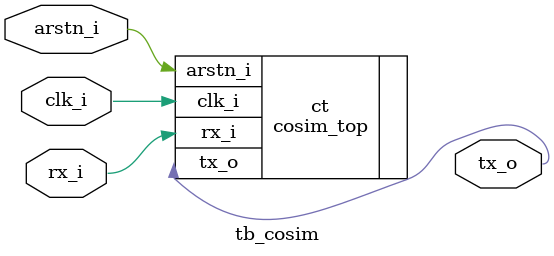
<source format=sv>
module tb_cosim (
    input  logic clk_i,
    input  logic arstn_i,
    input  logic rx_i,
    output logic tx_o
);

cosim_top #(.BAUD_RATE(115_200)) ct(
    .clk_i(clk_i),
    .arstn_i(arstn_i),
    .rx_i(rx_i),
    .tx_o(tx_o)
);

endmodule

</source>
